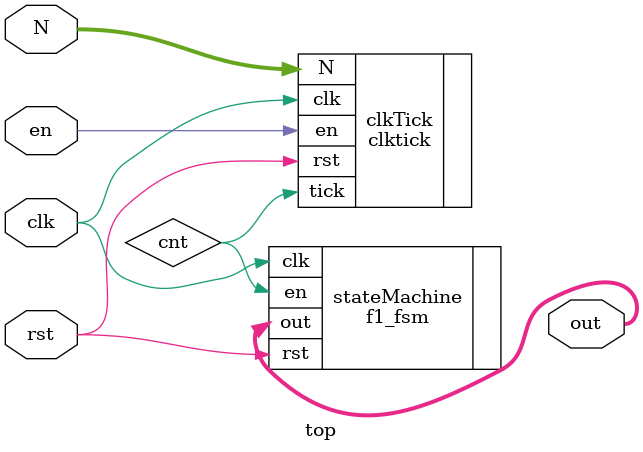
<source format=sv>
module top #(
    parameter   WIDTH = 16,
                D_WIDTH = 8
)(
    // interface signals
    input   logic                       clk,        // clock
    input   logic                       rst,        // reset
    input   logic                       en,         // enable
    input   logic [WIDTH-1:0]           N,       
    output  logic [D_WIDTH-1:0]         out        // output data
    
);

logic cnt;    // interconnect wire

clktick clkTick(
    .clk (clk),
    .rst (rst),
    .en (en),
    .N (N),
    .tick (cnt)
);

f1_fsm stateMachine(
    .en (cnt),
    .rst (rst),
    .clk (clk),
    .out (out)
);

endmodule

</source>
